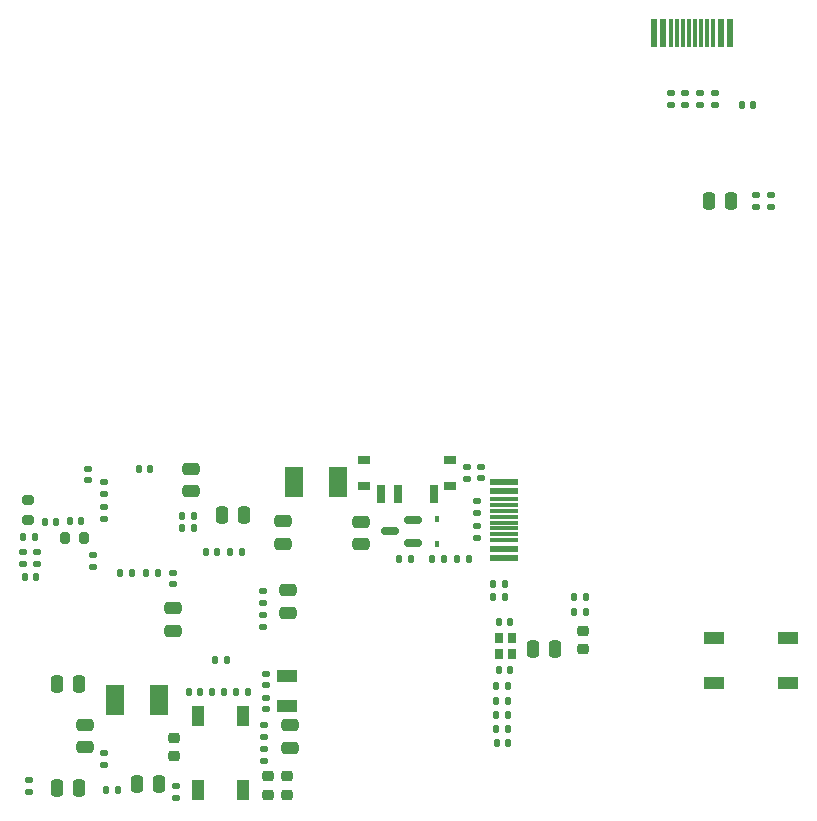
<source format=gtp>
%TF.GenerationSoftware,KiCad,Pcbnew,(6.0.2)*%
%TF.CreationDate,2022-03-08T19:50:54+11:00*%
%TF.ProjectId,VIPBoard,56495042-6f61-4726-942e-6b696361645f,rev?*%
%TF.SameCoordinates,Original*%
%TF.FileFunction,Paste,Top*%
%TF.FilePolarity,Positive*%
%FSLAX46Y46*%
G04 Gerber Fmt 4.6, Leading zero omitted, Abs format (unit mm)*
G04 Created by KiCad (PCBNEW (6.0.2)) date 2022-03-08 19:50:54*
%MOMM*%
%LPD*%
G01*
G04 APERTURE LIST*
G04 Aperture macros list*
%AMRoundRect*
0 Rectangle with rounded corners*
0 $1 Rounding radius*
0 $2 $3 $4 $5 $6 $7 $8 $9 X,Y pos of 4 corners*
0 Add a 4 corners polygon primitive as box body*
4,1,4,$2,$3,$4,$5,$6,$7,$8,$9,$2,$3,0*
0 Add four circle primitives for the rounded corners*
1,1,$1+$1,$2,$3*
1,1,$1+$1,$4,$5*
1,1,$1+$1,$6,$7*
1,1,$1+$1,$8,$9*
0 Add four rect primitives between the rounded corners*
20,1,$1+$1,$2,$3,$4,$5,0*
20,1,$1+$1,$4,$5,$6,$7,0*
20,1,$1+$1,$6,$7,$8,$9,0*
20,1,$1+$1,$8,$9,$2,$3,0*%
G04 Aperture macros list end*
%ADD10RoundRect,0.140000X-0.170000X0.140000X-0.170000X-0.140000X0.170000X-0.140000X0.170000X0.140000X0*%
%ADD11RoundRect,0.250000X-0.475000X0.250000X-0.475000X-0.250000X0.475000X-0.250000X0.475000X0.250000X0*%
%ADD12RoundRect,0.135000X0.185000X-0.135000X0.185000X0.135000X-0.185000X0.135000X-0.185000X-0.135000X0*%
%ADD13RoundRect,0.140000X0.140000X0.170000X-0.140000X0.170000X-0.140000X-0.170000X0.140000X-0.170000X0*%
%ADD14RoundRect,0.135000X-0.185000X0.135000X-0.185000X-0.135000X0.185000X-0.135000X0.185000X0.135000X0*%
%ADD15R,1.000000X0.800000*%
%ADD16R,0.700000X1.500000*%
%ADD17RoundRect,0.250000X0.475000X-0.250000X0.475000X0.250000X-0.475000X0.250000X-0.475000X-0.250000X0*%
%ADD18RoundRect,0.135000X0.135000X0.185000X-0.135000X0.185000X-0.135000X-0.185000X0.135000X-0.185000X0*%
%ADD19RoundRect,0.200000X-0.200000X-0.275000X0.200000X-0.275000X0.200000X0.275000X-0.200000X0.275000X0*%
%ADD20RoundRect,0.140000X-0.140000X-0.170000X0.140000X-0.170000X0.140000X0.170000X-0.140000X0.170000X0*%
%ADD21RoundRect,0.135000X-0.135000X-0.185000X0.135000X-0.185000X0.135000X0.185000X-0.135000X0.185000X0*%
%ADD22RoundRect,0.250000X0.250000X0.475000X-0.250000X0.475000X-0.250000X-0.475000X0.250000X-0.475000X0*%
%ADD23RoundRect,0.250000X-0.250000X-0.475000X0.250000X-0.475000X0.250000X0.475000X-0.250000X0.475000X0*%
%ADD24RoundRect,0.218750X-0.256250X0.218750X-0.256250X-0.218750X0.256250X-0.218750X0.256250X0.218750X0*%
%ADD25R,0.450000X0.600000*%
%ADD26R,1.500000X2.500000*%
%ADD27RoundRect,0.140000X0.170000X-0.140000X0.170000X0.140000X-0.170000X0.140000X-0.170000X-0.140000X0*%
%ADD28R,1.700000X1.000000*%
%ADD29RoundRect,0.150000X0.587500X0.150000X-0.587500X0.150000X-0.587500X-0.150000X0.587500X-0.150000X0*%
%ADD30R,2.450000X0.600000*%
%ADD31R,2.450000X0.300000*%
%ADD32R,1.000000X1.700000*%
%ADD33RoundRect,0.200000X0.275000X-0.200000X0.275000X0.200000X-0.275000X0.200000X-0.275000X-0.200000X0*%
%ADD34R,0.800000X0.900000*%
%ADD35R,0.600000X2.450000*%
%ADD36R,0.300000X2.450000*%
%ADD37RoundRect,0.225000X-0.250000X0.225000X-0.250000X-0.225000X0.250000X-0.225000X0.250000X0.225000X0*%
%ADD38R,1.800000X1.000000*%
G04 APERTURE END LIST*
D10*
%TO.C,C24*%
X136024000Y-131850000D03*
X136024000Y-132810000D03*
%TD*%
D11*
%TO.C,C14*%
X128143000Y-126304000D03*
X128143000Y-128204000D03*
%TD*%
D12*
%TO.C,R40*%
X177507675Y-92345875D03*
X177507675Y-91325875D03*
%TD*%
D13*
%TO.C,C13*%
X131848800Y-121513600D03*
X130888800Y-121513600D03*
%TD*%
D11*
%TO.C,C4*%
X144074000Y-118980000D03*
X144074000Y-120880000D03*
%TD*%
D14*
%TO.C,R3*%
X153036000Y-114294000D03*
X153036000Y-115314000D03*
%TD*%
D15*
%TO.C,SW1*%
X144305000Y-113761000D03*
X151605000Y-113761000D03*
X151605000Y-115971000D03*
X144305000Y-115971000D03*
D16*
X150205000Y-116621000D03*
X147205000Y-116621000D03*
X145705000Y-116621000D03*
%TD*%
D14*
%TO.C,R10*%
X122276000Y-138523000D03*
X122276000Y-139543000D03*
%TD*%
D17*
%TO.C,C27*%
X138023600Y-138110000D03*
X138023600Y-136210000D03*
%TD*%
D18*
%TO.C,R5*%
X156234000Y-125330000D03*
X155214000Y-125330000D03*
%TD*%
D12*
%TO.C,R11*%
X115925600Y-141835600D03*
X115925600Y-140815600D03*
%TD*%
D18*
%TO.C,R32*%
X132478000Y-133350000D03*
X131458000Y-133350000D03*
%TD*%
D19*
%TO.C,R29*%
X118969400Y-120364000D03*
X120619400Y-120364000D03*
%TD*%
D20*
%TO.C,C17*%
X132971600Y-121513600D03*
X133931600Y-121513600D03*
%TD*%
D21*
%TO.C,R31*%
X155490000Y-136500000D03*
X156510000Y-136500000D03*
%TD*%
D13*
%TO.C,C26*%
X156480000Y-137650000D03*
X155520000Y-137650000D03*
%TD*%
D22*
%TO.C,C8*%
X126942000Y-141192000D03*
X125042000Y-141192000D03*
%TD*%
D23*
%TO.C,C31*%
X173509675Y-91835875D03*
X175409675Y-91835875D03*
%TD*%
D14*
%TO.C,R2*%
X153830400Y-117212400D03*
X153830400Y-118232400D03*
%TD*%
D21*
%TO.C,R21*%
X128903000Y-118491000D03*
X129923000Y-118491000D03*
%TD*%
D23*
%TO.C,C2*%
X118311000Y-132683000D03*
X120211000Y-132683000D03*
%TD*%
D18*
%TO.C,R12*%
X148295200Y-122142000D03*
X147275200Y-122142000D03*
%TD*%
D24*
%TO.C,D3*%
X136174000Y-140492500D03*
X136174000Y-142067500D03*
%TD*%
D14*
%TO.C,R34*%
X135839200Y-138174000D03*
X135839200Y-139194000D03*
%TD*%
D18*
%TO.C,R8*%
X163134000Y-125330000D03*
X162114000Y-125330000D03*
%TD*%
D25*
%TO.C,D2*%
X150474000Y-118730000D03*
X150474000Y-120830000D03*
%TD*%
D26*
%TO.C,L2*%
X126945000Y-134030000D03*
X123245000Y-134030000D03*
%TD*%
D27*
%TO.C,C22*%
X121369200Y-122774400D03*
X121369200Y-121814400D03*
%TD*%
D11*
%TO.C,C5*%
X120644000Y-136143000D03*
X120644000Y-138043000D03*
%TD*%
D21*
%TO.C,R30*%
X155490000Y-135300000D03*
X156510000Y-135300000D03*
%TD*%
D13*
%TO.C,C32*%
X177225675Y-83707875D03*
X176265675Y-83707875D03*
%TD*%
D21*
%TO.C,R33*%
X133449600Y-133350000D03*
X134469600Y-133350000D03*
%TD*%
D20*
%TO.C,C12*%
X125250000Y-114522000D03*
X126210000Y-114522000D03*
%TD*%
D28*
%TO.C,SW3*%
X180197400Y-128811800D03*
X173897400Y-128811800D03*
X180197400Y-132611800D03*
X173897400Y-132611800D03*
%TD*%
D10*
%TO.C,C15*%
X128138000Y-123284000D03*
X128138000Y-124244000D03*
%TD*%
D12*
%TO.C,R38*%
X172720000Y-83695000D03*
X172720000Y-82675000D03*
%TD*%
D14*
%TO.C,R7*%
X128405000Y-141349000D03*
X128405000Y-142369000D03*
%TD*%
D21*
%TO.C,R18*%
X125828000Y-123264000D03*
X126848000Y-123264000D03*
%TD*%
D23*
%TO.C,C9*%
X118311000Y-141483000D03*
X120211000Y-141483000D03*
%TD*%
D29*
%TO.C,Q1*%
X148411500Y-120730000D03*
X148411500Y-118830000D03*
X146536500Y-119780000D03*
%TD*%
D17*
%TO.C,C6*%
X137474000Y-120830000D03*
X137474000Y-118930000D03*
%TD*%
D21*
%TO.C,R9*%
X122434000Y-141700000D03*
X123454000Y-141700000D03*
%TD*%
D12*
%TO.C,R27*%
X115451000Y-122525000D03*
X115451000Y-121505000D03*
%TD*%
D11*
%TO.C,C10*%
X129667000Y-114493000D03*
X129667000Y-116393000D03*
%TD*%
D12*
%TO.C,R23*%
X122301000Y-118747000D03*
X122301000Y-117727000D03*
%TD*%
D20*
%TO.C,C16*%
X131727000Y-130683000D03*
X132687000Y-130683000D03*
%TD*%
D27*
%TO.C,C23*%
X136024000Y-134810000D03*
X136024000Y-133850000D03*
%TD*%
D12*
%TO.C,R24*%
X135763000Y-127891000D03*
X135763000Y-126871000D03*
%TD*%
D14*
%TO.C,R25*%
X116594000Y-121505000D03*
X116594000Y-122525000D03*
%TD*%
D24*
%TO.C,D4*%
X137824000Y-140492500D03*
X137824000Y-142067500D03*
%TD*%
D21*
%TO.C,R26*%
X115449000Y-120237000D03*
X116469000Y-120237000D03*
%TD*%
D13*
%TO.C,C21*%
X116566000Y-123666000D03*
X115606000Y-123666000D03*
%TD*%
%TO.C,C30*%
X156650000Y-131470000D03*
X155690000Y-131470000D03*
%TD*%
D21*
%TO.C,R16*%
X152152000Y-122142000D03*
X153172000Y-122142000D03*
%TD*%
%TO.C,R17*%
X123628000Y-123264000D03*
X124648000Y-123264000D03*
%TD*%
D12*
%TO.C,R20*%
X135763000Y-125859000D03*
X135763000Y-124839000D03*
%TD*%
D14*
%TO.C,R41*%
X178777675Y-91325875D03*
X178777675Y-92345875D03*
%TD*%
D30*
%TO.C,USB1*%
X156156000Y-122005000D03*
X156156000Y-121230000D03*
D31*
X156156000Y-120530000D03*
X156156000Y-120030000D03*
X156156000Y-119530000D03*
X156156000Y-119030000D03*
X156156000Y-118530000D03*
X156156000Y-118030000D03*
X156156000Y-117530000D03*
X156156000Y-117030000D03*
D30*
X156156000Y-116330000D03*
X156156000Y-115555000D03*
%TD*%
D32*
%TO.C,SW2*%
X134024000Y-141680000D03*
X134024000Y-135380000D03*
X130224000Y-141680000D03*
X130224000Y-135380000D03*
%TD*%
D18*
%TO.C,R13*%
X156500000Y-132900000D03*
X155480000Y-132900000D03*
%TD*%
D21*
%TO.C,R6*%
X155214000Y-124200000D03*
X156234000Y-124200000D03*
%TD*%
D17*
%TO.C,C28*%
X137874000Y-126680000D03*
X137874000Y-124780000D03*
%TD*%
D14*
%TO.C,R37*%
X170279000Y-82675000D03*
X170279000Y-83695000D03*
%TD*%
D12*
%TO.C,R1*%
X153830400Y-120315200D03*
X153830400Y-119295200D03*
%TD*%
D20*
%TO.C,C29*%
X155690000Y-127470000D03*
X156650000Y-127470000D03*
%TD*%
D33*
%TO.C,R28*%
X115832000Y-118801400D03*
X115832000Y-117151400D03*
%TD*%
D34*
%TO.C,Y2*%
X156820000Y-130170000D03*
X156820000Y-128770000D03*
X155720000Y-128770000D03*
X155720000Y-130170000D03*
%TD*%
D13*
%TO.C,C25*%
X130416000Y-133350000D03*
X129456000Y-133350000D03*
%TD*%
D24*
%TO.C,D1*%
X162824000Y-128192500D03*
X162824000Y-129767500D03*
%TD*%
D13*
%TO.C,C19*%
X118217000Y-118967000D03*
X117257000Y-118967000D03*
%TD*%
D23*
%TO.C,C7*%
X158574000Y-129730000D03*
X160474000Y-129730000D03*
%TD*%
D12*
%TO.C,R39*%
X171450000Y-83695000D03*
X171450000Y-82675000D03*
%TD*%
D23*
%TO.C,C11*%
X132273000Y-118364000D03*
X134173000Y-118364000D03*
%TD*%
D21*
%TO.C,R19*%
X128903000Y-119507000D03*
X129923000Y-119507000D03*
%TD*%
D10*
%TO.C,C1*%
X154186000Y-114324000D03*
X154186000Y-115284000D03*
%TD*%
D14*
%TO.C,R35*%
X135839200Y-136192800D03*
X135839200Y-137212800D03*
%TD*%
D26*
%TO.C,L1*%
X142058000Y-115570000D03*
X138358000Y-115570000D03*
%TD*%
D35*
%TO.C,USB2*%
X175310000Y-77618200D03*
X174535000Y-77618200D03*
D36*
X173835000Y-77618200D03*
X173335000Y-77618200D03*
X172835000Y-77618200D03*
X172335000Y-77618200D03*
X171835000Y-77618200D03*
X171335000Y-77618200D03*
X170835000Y-77618200D03*
X170335000Y-77618200D03*
D35*
X169635000Y-77618200D03*
X168860000Y-77618200D03*
%TD*%
D10*
%TO.C,C20*%
X120955189Y-114455000D03*
X120955189Y-115415000D03*
%TD*%
D37*
%TO.C,C3*%
X128176000Y-137274000D03*
X128176000Y-138824000D03*
%TD*%
D21*
%TO.C,R4*%
X162114000Y-126630000D03*
X163134000Y-126630000D03*
%TD*%
%TO.C,R15*%
X150018400Y-122142000D03*
X151038400Y-122142000D03*
%TD*%
D14*
%TO.C,R36*%
X173979000Y-82675000D03*
X173979000Y-83695000D03*
%TD*%
%TO.C,R22*%
X122301000Y-115568000D03*
X122301000Y-116588000D03*
%TD*%
D13*
%TO.C,C18*%
X120376000Y-118930000D03*
X119416000Y-118930000D03*
%TD*%
D38*
%TO.C,Y1*%
X137824000Y-134530000D03*
X137824000Y-132030000D03*
%TD*%
D21*
%TO.C,R14*%
X155480000Y-134150000D03*
X156500000Y-134150000D03*
%TD*%
M02*

</source>
